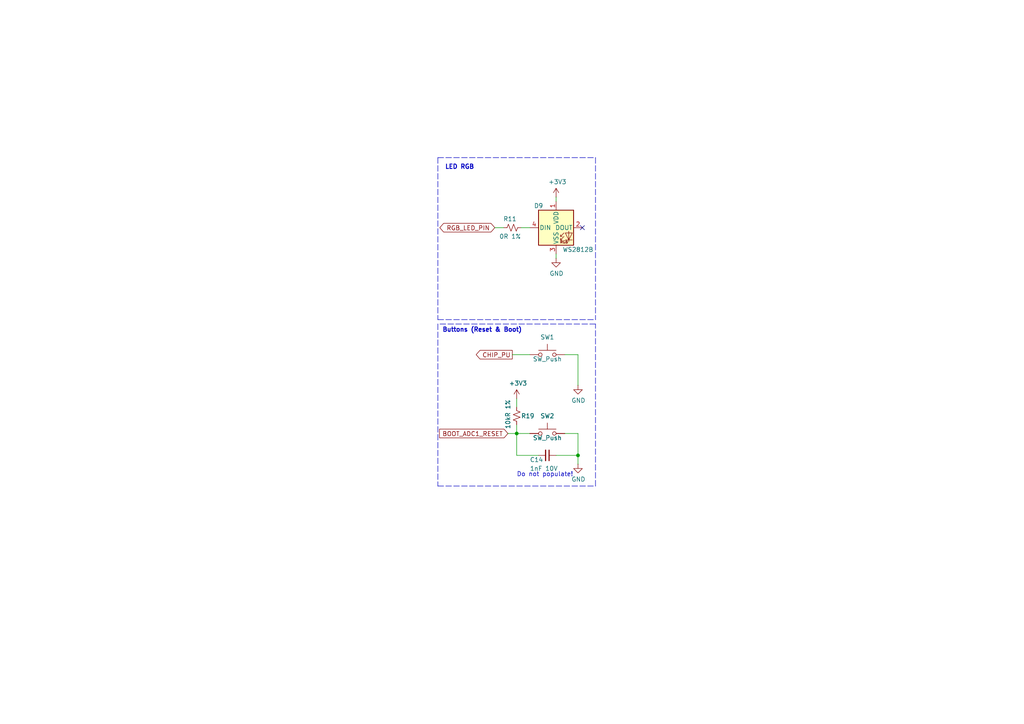
<source format=kicad_sch>
(kicad_sch (version 20250114) (generator "eeschema") (generator_version "9.0")
  (paper "A4")
  (lib_symbols
    (symbol "Device:C_Small" (pin_numbers (hide yes)) (pin_names (offset 0.254) (hide yes))
      (property "Reference" "C" (at 0.254 1.778 0))
      (property "Value" "C_Small" (at 0.254 -2.032 0))
      (symbol "C_Small_0_1"
        (polyline (pts (xy -1.524 0.508) (xy 1.524 0.508)) (stroke (width 0.3048)))
        (polyline (pts (xy -1.524 -0.508) (xy 1.524 -0.508)) (stroke (width 0.3302)))
      )
      (symbol "C_Small_1_1"
        (pin passive line (at 0 2.54 270) (length 2.032) (name "~") (number "1"))
        (pin passive line (at 0 -2.54 90) (length 2.032) (name "~") (number "2"))
      )
    )
    (symbol "Device:R_Small_US" (pin_numbers (hide yes)) (pin_names (offset 0.254) (hide yes))
      (property "Reference" "R" (at 0.762 0.508 0))
      (property "Value" "R_Small_US" (at 0.762 -1.016 0))
      (symbol "R_Small_US_1_1"
        (polyline (pts (xy 0 1.524) (xy 1.016 1.143) (xy 0 0.762) (xy -1.016 0.381) (xy 0 0)))
        (polyline (pts (xy 0 0) (xy 1.016 -0.381) (xy 0 -0.762) (xy -1.016 -1.143) (xy 0 -1.524)))
        (pin passive line (at 0 2.54 270) (length 1.016) (name "~") (number "1"))
        (pin passive line (at 0 -2.54 90) (length 1.016) (name "~") (number "2"))
      )
    )
    (symbol "LED:WS2812B" (pin_names (offset 0.254))
      (property "Reference" "D" (at 5.08 5.715 0))
      (property "Value" "WS2812B" (at 1.27 -5.715 0))
      (symbol "WS2812B_0_0"
        (text "RGB" (at 2.286 -4.191 0) (effects (font (size 0.762 0.762))))
      )
      (symbol "WS2812B_0_1"
        (polyline (pts (xy 1.27 -2.54) (xy 1.778 -2.54)))
        (polyline (pts (xy 1.27 -3.556) (xy 1.778 -3.556)))
        (polyline (pts (xy 2.286 -1.524) (xy 1.27 -2.54) (xy 1.27 -2.032)))
        (polyline (pts (xy 2.286 -2.54) (xy 1.27 -3.556) (xy 1.27 -3.048)))
        (polyline (pts (xy 3.683 -1.016) (xy 3.683 -3.556) (xy 3.683 -4.064)))
        (polyline (pts (xy 4.699 -1.524) (xy 2.667 -1.524) (xy 3.683 -3.556) (xy 4.699 -1.524)))
        (polyline (pts (xy 4.699 -3.556) (xy 2.667 -3.556)))
        (rectangle (start 5.08 5.08) (end -5.08 -5.08) (stroke (width 0.254)) (fill (type background)))
      )
      (symbol "WS2812B_1_1"
        (pin input line (at -7.62 0 0) (length 2.54) (name "DIN") (number "4"))
        (pin power_in line (at 0 7.62 270) (length 2.54) (name "VDD") (number "1"))
        (pin power_in line (at 0 -7.62 90) (length 2.54) (name "VSS") (number "3"))
        (pin output line (at 7.62 0 180) (length 2.54) (name "DOUT") (number "2"))
      )
    )
    (symbol "Switch:SW_Push" (pin_numbers (hide yes)) (pin_names (offset 1.016) (hide yes))
      (property "Reference" "SW" (at 1.27 2.54 0))
      (property "Value" "SW_Push" (at 0 -1.524 0))
      (symbol "SW_Push_0_1"
        (circle (center -2.032 0) (radius 0.508))
        (polyline (pts (xy 0 1.27) (xy 0 3.048)))
        (circle (center 2.032 0) (radius 0.508))
        (polyline (pts (xy 2.54 1.27) (xy -2.54 1.27)))
        (pin passive line (at -5.08 0 0) (length 2.54) (name "1") (number "1"))
        (pin passive line (at 5.08 0 180) (length 2.54) (name "2") (number "2"))
      )
    )
    (symbol "power:+3V3" (power) (pin_numbers (hide yes)) (pin_names (offset 0) (hide yes))
      (property "Value" "+3V3" (at 0 3.556 0))
      (symbol "+3V3_0_1"
        (polyline (pts (xy -0.762 1.27) (xy 0 2.54)))
        (polyline (pts (xy 0 2.54) (xy 0.762 1.27)))
        (polyline (pts (xy 0 0) (xy 0 2.54)))
      )
      (symbol "+3V3_1_1"
        (pin power_in line (at 0 0 90) (length 0) (name "~") (number "1"))
      )
    )
    (symbol "power:GND" (power) (pin_numbers (hide yes)) (pin_names (offset 0) (hide yes))
      (property "Value" "GND" (at 0 -3.81 0))
      (symbol "GND_0_1"
        (polyline (pts (xy 0 0) (xy 0 -1.27) (xy 1.27 -1.27) (xy 0 -2.54) (xy -1.27 -1.27) (xy 0 -1.27)))
      )
      (symbol "GND_1_1"
        (pin power_in line (at 0 0 270) (length 0) (name "~") (number "1"))
      )
    )
  )
  (text "LED RGB\n" (at 129.032 49.276 0) (effects (font (size 1.27 1.27) (thickness 0.254) (bold yes)) (justify left bottom)))
  (text "Buttons (Reset & Boot)" (at 128.27 96.52 0) (effects (font (size 1.27 1.27) (thickness 0.254) (bold yes)) (justify left bottom)))
  (text "Do not populate!" (at 149.86 138.43 0) (effects (font (size 1.27 1.27)) (justify left bottom)))
  (junction (at 149.86 125.73))
  (junction (at 167.64 132.08))
  (no_connect (at 168.91 66.04))
  (wire (pts (xy 161.29 73.66) (xy 161.29 74.93)))
  (wire (pts (xy 163.83 125.73) (xy 167.64 125.73)))
  (polyline (pts (xy 127 93.98) (xy 127 140.97)) (stroke (width 0) (type dash)))
  (wire (pts (xy 151.13 66.04) (xy 153.67 66.04)))
  (wire (pts (xy 167.64 132.08) (xy 167.64 134.62)))
  (wire (pts (xy 149.86 132.08) (xy 149.86 125.73)))
  (polyline (pts (xy 172.72 140.97) (xy 172.72 93.98)) (stroke (width 0) (type dash)))
  (wire (pts (xy 161.29 132.08) (xy 167.64 132.08)))
  (wire (pts (xy 163.83 102.87) (xy 167.64 102.87)))
  (polyline (pts (xy 127 92.71) (xy 172.72 92.71)) (stroke (width 0) (type dash)))
  (wire (pts (xy 143.51 66.04) (xy 146.05 66.04)))
  (wire (pts (xy 149.86 115.57) (xy 149.86 118.11)))
  (wire (pts (xy 147.32 125.73) (xy 149.86 125.73)))
  (polyline (pts (xy 127 45.72) (xy 172.72 45.72)) (stroke (width 0) (type dash)))
  (wire (pts (xy 148.59 102.87) (xy 153.67 102.87)))
  (polyline (pts (xy 172.72 45.72) (xy 172.72 92.71)) (stroke (width 0) (type dash)))
  (polyline (pts (xy 127 45.72) (xy 127 92.71)) (stroke (width 0) (type dash)))
  (wire (pts (xy 167.64 102.87) (xy 167.64 111.76)))
  (wire (pts (xy 167.64 125.73) (xy 167.64 132.08)))
  (wire (pts (xy 149.86 132.08) (xy 156.21 132.08)))
  (wire (pts (xy 149.86 125.73) (xy 153.67 125.73)))
  (polyline (pts (xy 127 140.97) (xy 172.72 140.97)) (stroke (width 0) (type dash)))
  (wire (pts (xy 161.29 57.15) (xy 161.29 58.42)))
  (polyline (pts (xy 172.72 93.98) (xy 127 93.98)) (stroke (width 0) (type dash)))
  (wire (pts (xy 149.86 123.19) (xy 149.86 125.73)))
  (global_label "BOOT_ADC1_RESET" (shape input) (at 147.32 125.73 180) (property "Intersheetrefs" "${INTERSHEET_REFS}" (effects (hide yes))))
  (global_label "RGB_LED_PIN" (shape bidirectional) (at 143.51 66.04 180) (property "Intersheetrefs" "${INTERSHEET_REFS}" (effects (hide yes))))
  (global_label "CHIP_PU" (shape output) (at 148.59 102.87 180) (property "Intersheetrefs" "${INTERSHEET_REFS}" (effects (hide yes))))
  (symbol (lib_id "Switch:SW_Push") (at 158.75 102.87 0) (unit 1)
    (property "Reference" "SW1" (at 158.75 97.79 0))
    (property "Value" "SW_Push" (at 158.75 104.14 0))
    (property "Footprint" "Button_Switch_SMD:SW_SPST_PTS810" (effects (hide yes)))
    (property "LCSC" "C116501" (effects (hide yes)))
  )
  (symbol (lib_id "Switch:SW_Push") (at 158.75 125.73 0) (unit 1)
    (property "Reference" "SW2" (at 158.75 120.65 0))
    (property "Value" "SW_Push" (at 158.75 127 0))
    (property "Footprint" "Button_Switch_SMD:SW_SPST_PTS810" (effects (hide yes)))
    (property "LCSC" "C116501" (effects (hide yes)))
  )
  (symbol (lib_id "power:GND") (at 167.64 111.76 0) (unit 1)
    (property "Reference" "#PWR0137" (effects (hide yes)))
    (property "Value" "GND" (at 167.767 116.1542 0))
  )
  (symbol (lib_id "power:GND") (at 167.64 134.62 0) (unit 1)
    (property "Reference" "#PWR0138" (effects (hide yes)))
    (property "Value" "GND" (at 167.767 139.0142 0))
  )
  (symbol (lib_id "Device:C_Small") (at 158.75 132.08 270) (unit 1) (in_bom no)
    (property "Reference" "C14" (at 153.67 133.35 90) (effects (justify left)))
    (property "Value" "1nF 10V" (at 153.67 135.89 90) (effects (justify left)))
    (property "Footprint" "Capacitor_SMD:C_0402_1005Metric" (effects (hide yes)))
    (property "LCSC" "C1523" (effects (hide yes)))
  )
  (symbol (lib_id "power:+3V3") (at 149.86 115.57 0) (unit 1)
    (property "Reference" "#PWR0160" (effects (hide yes)))
    (property "Value" "+3V3" (at 150.241 111.1758 0))
  )
  (symbol (lib_id "Device:R_Small_US") (at 149.86 120.65 0) (unit 1)
    (property "Reference" "R19" (at 151.13 120.65 0) (effects (justify left)))
    (property "Value" "10kR 1%" (at 147.32 124.46 90) (effects (justify left)))
    (property "Footprint" "Resistor_SMD:R_0402_1005Metric" (effects (hide yes)))
    (property "LCSC" "C25744" (effects (hide yes)))
  )
  (symbol (lib_id "Device:R_Small_US") (at 148.59 66.04 90) (unit 1)
    (property "Reference" "R11" (at 149.86 63.5 90) (effects (justify left)))
    (property "Value" "0R 1%" (at 151.13 68.58 90) (effects (justify left)))
    (property "Footprint" "Resistor_SMD:R_0402_1005Metric" (effects (hide yes)))
    (property "LCSC" "C17168" (effects (hide yes)))
  )
  (symbol (lib_id "LED:WS2812B") (at 161.29 66.04 0) (unit 1)
    (property "Reference" "D9" (at 156.21 59.69 0))
    (property "Value" "WS2812B" (at 167.64 72.39 0))
    (property "Footprint" "LED_SMD:LED_WS2812B_PLCC4_5.0x5.0mm_P3.2mm" (effects (hide yes)))
    (property "Datasheet" "https://cdn-shop.adafruit.com/datasheets/WS2812B.pdf" (effects (hide yes)))
    (property "LCSC" "C527089" (effects (hide yes)))
  )
  (symbol (lib_id "power:GND") (at 161.29 74.93 0) (unit 1)
    (property "Reference" "#PWR02" (effects (hide yes)))
    (property "Value" "GND" (at 161.417 79.3242 0))
  )
  (symbol (lib_id "power:+3V3") (at 161.29 57.15 0) (unit 1)
    (property "Reference" "#PWR01" (effects (hide yes)))
    (property "Value" "+3V3" (at 161.671 52.7558 0))
  )
)
</source>
